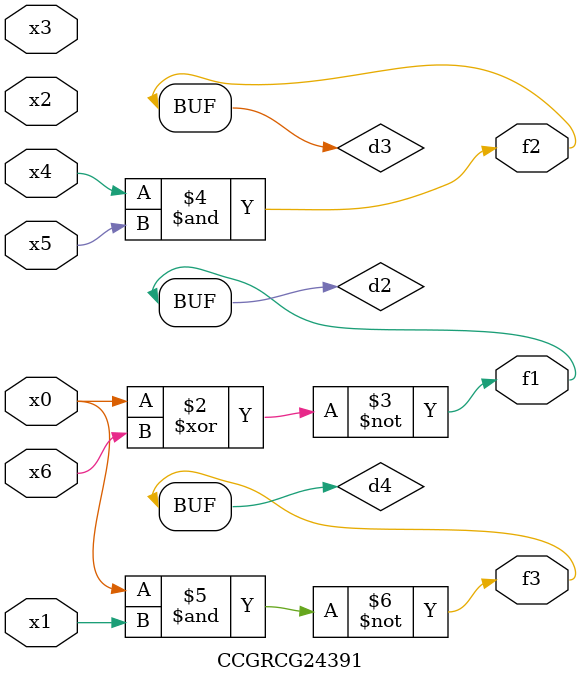
<source format=v>
module CCGRCG24391(
	input x0, x1, x2, x3, x4, x5, x6,
	output f1, f2, f3
);

	wire d1, d2, d3, d4;

	nor (d1, x0);
	xnor (d2, x0, x6);
	and (d3, x4, x5);
	nand (d4, x0, x1);
	assign f1 = d2;
	assign f2 = d3;
	assign f3 = d4;
endmodule

</source>
